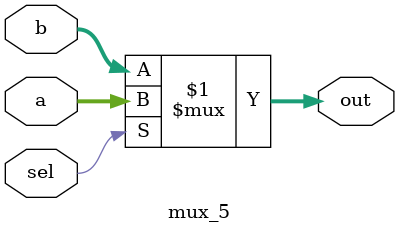
<source format=v>
module mux_5(a,b,sel,out);

input [4:0]a,b;
input sel;

output [4:0]out;
wire [4:0]out;

assign out=sel?a:b;

endmodule
</source>
